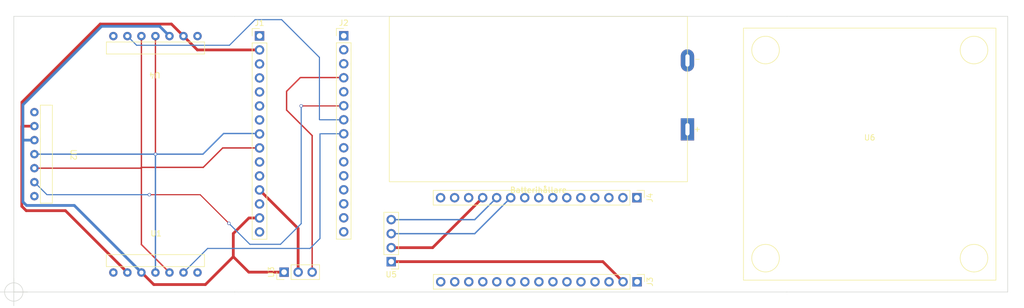
<source format=kicad_pcb>
(kicad_pcb (version 20211014) (generator pcbnew)
  (title_block (date "sam. 04 avril 2015"))
  (layers (0 "F.Cu" signal) (31 "B.Cu" signal) (34 "B.Paste" user) (35 "F.Paste" user) (36 "B.SilkS" user "B.Silkscreen") (37 "F.SilkS" user "F.Silkscreen") (38 "B.Mask" user) (39 "F.Mask" user) (44 "Edge.Cuts" user))
  (net 0 "")
  (net 1 "GND")
  (net 2 "/~{RESET}")
  (net 3 "/*D9")
  (net 4 "/D8")
  (net 5 "/D7")
  (net 6 "/*D6")
  (net 7 "/*D5")
  (net 8 "/D4")
  (net 9 "+5V")
  (net 10 "/A3")
  (net 11 "/A2")
  (net 12 "/A1")
  (net 13 "/A0")
  (net 14 "/AREF")
  (net 15 "/D0{slash}RX")
  (net 16 "/D1{slash}TX")
  (net 17 "/A7")
  (net 18 "/A6")
  (net 19 "/A5{slash}SCL")
  (net 20 "/A4{slash}SDA")
  (net 21 "/D13{slash}SCK")
  (net 22 "/D2")
  (net 23 "/*D3")
  (net 24 "/*D10{slash}SS")
  (net 25 "/*D11{slash}MOSI")
  (net 26 "/D12{slash}MISO")
  (net 27 "+6V")
  (net 28 "+3.3V")
  (footprint "Connector_PinHeader_2.54mm:PinHeader_1x04_P2.54mm_Vertical" (layer "F.Cu") (at 131.35 118.5 180)
    (fp_text reference "U5" (at 0 -2.33) (layer "F.SilkS"))
    (fp_text value "Start_module")
    (fp_line (start -1.33 0) (end -1.33 -1.33) (layer "F.SilkS") (width 0.12))
    (fp_line (start -1.33 1.27) (end -1.33 8.95) (layer "F.SilkS") (width 0.12))
    (fp_line (start -1.33 1.27) (end 1.33 1.27) (layer "F.SilkS") (width 0.12))
    (fp_line (start -1.33 8.95) (end 1.33 8.95) (layer "F.SilkS") (width 0.12))
    (fp_line (start 1.33 1.27) (end 1.33 8.95) (layer "F.SilkS") (width 0.12))
    (fp_line (start -1.33 -1.33) (end 0 -1.33) (layer "F.SilkS") (width 0.12))
    (pad "1" thru_hole rect (at 0 0 180) (size 1.7 1.7) (drill 1) (layers *.Cu *.Mask) (net 28 "+3.3V"))
    (pad "2" thru_hole oval (at 0 2.54 180) (size 1.7 1.7) (drill 1) (layers *.Cu *.Mask) (net 1 "GND"))
    (pad "3" thru_hole oval (at 0 5.08 180) (size 1.7 1.7) (drill 1) (layers *.Cu *.Mask) (net 23 "/*D3"))
    (pad "4" thru_hole oval (at 0 7.62 180) (size 1.7 1.7) (drill 1) (layers *.Cu *.Mask) (net 22 "/D2"))
  )
  (footprint "Connector_PinHeader_2.54mm:PinHeader_1x15_P2.54mm_Vertical" (layer "F.Cu") (at 107.5 77.55)
    (fp_text reference "J1" (at 0 -2.33) (layer "F.SilkS"))
    (fp_text value "Conn_01x15")
    (fp_line (start -1.33 0) (end -1.33 -1.33) (layer "F.SilkS") (width 0.12))
    (fp_line (start -1.33 1.27) (end -1.33 36.89) (layer "F.SilkS") (width 0.12))
    (fp_line (start -1.33 36.89) (end 1.33 36.89) (layer "F.SilkS") (width 0.12))
    (fp_line (start -1.33 1.27) (end 1.33 1.27) (layer "F.SilkS") (width 0.12))
    (fp_line (start -1.33 -1.33) (end 0 -1.33) (layer "F.SilkS") (width 0.12))
    (fp_line (start 1.33 1.27) (end 1.33 36.89) (layer "F.SilkS") (width 0.12))
    (pad "1" thru_hole rect (at 0 0) (size 1.7 1.7) (drill 1) (layers *.Cu *.Mask) (net 21 "/D13{slash}SCK"))
    (pad "2" thru_hole oval (at 0 2.54) (size 1.7 1.7) (drill 1) (layers *.Cu *.Mask) (net 28 "+3.3V"))
    (pad "3" thru_hole oval (at 0 5.08) (size 1.7 1.7) (drill 1) (layers *.Cu *.Mask) (net 14 "/AREF"))
    (pad "4" thru_hole oval (at 0 7.62) (size 1.7 1.7) (drill 1) (layers *.Cu *.Mask) (net 13 "/A0"))
    (pad "5" thru_hole oval (at 0 10.16) (size 1.7 1.7) (drill 1) (layers *.Cu *.Mask) (net 12 "/A1"))
    (pad "6" thru_hole oval (at 0 12.7) (size 1.7 1.7) (drill 1) (layers *.Cu *.Mask) (net 11 "/A2"))
    (pad "7" thru_hole oval (at 0 15.24) (size 1.7 1.7) (drill 1) (layers *.Cu *.Mask) (net 10 "/A3"))
    (pad "8" thru_hole oval (at 0 17.78) (size 1.7 1.7) (drill 1) (layers *.Cu *.Mask) (net 20 "/A4{slash}SDA"))
    (pad "9" thru_hole oval (at 0 20.32) (size 1.7 1.7) (drill 1) (layers *.Cu *.Mask) (net 19 "/A5{slash}SCL"))
    (pad "10" thru_hole oval (at 0 22.86) (size 1.7 1.7) (drill 1) (layers *.Cu *.Mask) (net 18 "/A6"))
    (pad "11" thru_hole oval (at 0 25.4) (size 1.7 1.7) (drill 1) (layers *.Cu *.Mask) (net 17 "/A7"))
    (pad "12" thru_hole oval (at 0 27.94) (size 1.7 1.7) (drill 1) (layers *.Cu *.Mask) (net 9 "+5V"))
    (pad "13" thru_hole oval (at 0 30.48) (size 1.7 1.7) (drill 1) (layers *.Cu *.Mask) (net 2 "/~{RESET}"))
    (pad "14" thru_hole oval (at 0 33.02) (size 1.7 1.7) (drill 1) (layers *.Cu *.Mask) (net 1 "GND"))
    (pad "15" thru_hole oval (at 0 35.56) (size 1.7 1.7) (drill 1) (layers *.Cu *.Mask) (net 27 "+6V"))
  )
  (footprint "Death_by_table:VL53L1x" (layer "F.Cu") (at 96.27 77.58 180)
    (fp_text reference "U4" (at 7.725 -7.075 180 unlocked) (layer "F.SilkS"))
    (fp_text value "VL53L1X")
    (fp_line (start 16.5 -3.25) (end 16.5 -1.075) (layer "F.SilkS") (width 0.12))
    (fp_line (start 16.5 -1.075) (end -1.275 -1.075) (layer "F.SilkS") (width 0.12))
    (fp_line (start -1.275 -1.075) (end -1.275 -3.25) (layer "F.SilkS") (width 0.12))
    (fp_line (start -1.275 -3.25) (end 16.5 -3.25) (layer "F.SilkS") (width 0.12))
    (pad "1" thru_hole circle (at 0 0 180) (size 1.524 1.524) (drill 0.762) (layers *.Cu *.Mask))
    (pad "2" thru_hole circle (at 2.54 0 180) (size 1.524 1.524) (drill 0.762) (layers *.Cu *.Mask) (net 28 "+3.3V"))
    (pad "3" thru_hole circle (at 5.08 0 180) (size 1.524 1.524) (drill 0.762) (layers *.Cu *.Mask) (net 1 "GND"))
    (pad "4" thru_hole circle (at 7.62 0 180) (size 1.524 1.524) (drill 0.762) (layers *.Cu *.Mask) (net 20 "/A4{slash}SDA"))
    (pad "5" thru_hole circle (at 10.16 0 180) (size 1.524 1.524) (drill 0.762) (layers *.Cu *.Mask) (net 19 "/A5{slash}SCL"))
    (pad "6" thru_hole circle (at 12.7 0 180) (size 1.524 1.524) (drill 0.762) (layers *.Cu *.Mask) (net 6 "/*D6"))
    (pad "7" thru_hole circle (at 15.24 0 180) (size 1.524 1.524) (drill 0.762) (layers *.Cu *.Mask))
  )
  (footprint "Death_by_table:VL53L1x" (layer "F.Cu") (at 81.03 120.47)
    (fp_text reference "U1" (at 7.725 -7.075 unlocked) (layer "F.SilkS"))
    (fp_text value "VL53L1X")
    (fp_line (start -1.275 -1.075) (end -1.275 -3.25) (layer "F.SilkS") (width 0.12))
    (fp_line (start 16.5 -1.075) (end -1.275 -1.075) (layer "F.SilkS") (width 0.12))
    (fp_line (start 16.5 -3.25) (end 16.5 -1.075) (layer "F.SilkS") (width 0.12))
    (fp_line (start -1.275 -3.25) (end 16.5 -3.25) (layer "F.SilkS") (width 0.12))
    (pad "1" thru_hole circle (at 0 0) (size 1.524 1.524) (drill 0.762) (layers *.Cu *.Mask))
    (pad "2" thru_hole circle (at 2.54 0) (size 1.524 1.524) (drill 0.762) (layers *.Cu *.Mask) (net 28 "+3.3V"))
    (pad "3" thru_hole circle (at 5.08 0) (size 1.524 1.524) (drill 0.762) (layers *.Cu *.Mask) (net 1 "GND"))
    (pad "4" thru_hole circle (at 7.62 0) (size 1.524 1.524) (drill 0.762) (layers *.Cu *.Mask) (net 20 "/A4{slash}SDA"))
    (pad "5" thru_hole circle (at 10.16 0) (size 1.524 1.524) (drill 0.762) (layers *.Cu *.Mask) (net 19 "/A5{slash}SCL"))
    (pad "6" thru_hole circle (at 12.7 0) (size 1.524 1.524) (drill 0.762) (layers *.Cu *.Mask) (net 7 "/*D5"))
    (pad "7" thru_hole circle (at 15.24 0) (size 1.524 1.524) (drill 0.762) (layers *.Cu *.Mask))
  )
  (footprint "Connector_PinHeader_2.54mm:PinHeader_1x15_P2.54mm_Vertical" (layer "F.Cu") (at 175.85 106.9 -90)
    (fp_text reference "J4" (at 0 -2.33 90) (layer "F.SilkS"))
    (fp_text value "Conn_01x15")
    (fp_line (start -1.33 0) (end -1.33 -1.33) (layer "F.SilkS") (width 0.12))
    (fp_line (start 1.33 1.27) (end 1.33 36.89) (layer "F.SilkS") (width 0.12))
    (fp_line (start -1.33 1.27) (end -1.33 36.89) (layer "F.SilkS") (width 0.12))
    (fp_line (start -1.33 36.89) (end 1.33 36.89) (layer "F.SilkS") (width 0.12))
    (fp_line (start -1.33 1.27) (end 1.33 1.27) (layer "F.SilkS") (width 0.12))
    (fp_line (start -1.33 -1.33) (end 0 -1.33) (layer "F.SilkS") (width 0.12))
    (pad "1" thru_hole rect (at 0 0 270) (size 1.7 1.7) (drill 1) (layers *.Cu *.Mask) (net 26 "/D12{slash}MISO"))
    (pad "2" thru_hole oval (at 0 2.54 270) (size 1.7 1.7) (drill 1) (layers *.Cu *.Mask) (net 25 "/*D11{slash}MOSI"))
    (pad "3" thru_hole oval (at 0 5.08 270) (size 1.7 1.7) (drill 1) (layers *.Cu *.Mask) (net 24 "/*D10{slash}SS"))
    (pad "4" thru_hole oval (at 0 7.62 270) (size 1.7 1.7) (drill 1) (layers *.Cu *.Mask) (net 3 "/*D9"))
    (pad "5" thru_hole oval (at 0 10.16 270) (size 1.7 1.7) (drill 1) (layers *.Cu *.Mask) (net 4 "/D8"))
    (pad "6" thru_hole oval (at 0 12.7 270) (size 1.7 1.7) (drill 1) (layers *.Cu *.Mask) (net 5 "/D7"))
    (pad "7" thru_hole oval (at 0 15.24 270) (size 1.7 1.7) (drill 1) (layers *.Cu *.Mask) (net 6 "/*D6"))
    (pad "8" thru_hole oval (at 0 17.78 270) (size 1.7 1.7) (drill 1) (layers *.Cu *.Mask) (net 7 "/*D5"))
    (pad "9" thru_hole oval (at 0 20.32 270) (size 1.7 1.7) (drill 1) (layers *.Cu *.Mask) (net 8 "/D4"))
    (pad "10" thru_hole oval (at 0 22.86 270) (size 1.7 1.7) (drill 1) (layers *.Cu *.Mask) (net 23 "/*D3"))
    (pad "11" thru_hole oval (at 0 25.4 270) (size 1.7 1.7) (drill 1) (layers *.Cu *.Mask) (net 22 "/D2"))
    (pad "12" thru_hole oval (at 0 27.94 270) (size 1.7 1.7) (drill 1) (layers *.Cu *.Mask) (net 1 "GND"))
    (pad "13" thru_hole oval (at 0 30.48 270) (size 1.7 1.7) (drill 1) (layers *.Cu *.Mask) (net 2 "/~{RESET}"))
    (pad "14" thru_hole oval (at 0 33.02 270) (size 1.7 1.7) (drill 1) (layers *.Cu *.Mask) (net 15 "/D0{slash}RX"))
    (pad "15" thru_hole oval (at 0 35.56 270) (size 1.7 1.7) (drill 1) (layers *.Cu *.Mask) (net 16 "/D1{slash}TX"))
  )
  (footprint "Egna:Batterihållare_9V_projekt_2" (layer "F.Cu") (at 185 74 180)
    (fp_text reference "Batterihållare" (at 27 -31.5) (layer "F.SilkS"))
    (fp_text value "Batterihållare_9V_projekt_2")
    (fp_text user "+" (at -1.778 -20.574 180 unlocked) (layer "F.SilkS"))
    (fp_text user "-" (at -1.778 -7.874 180 unlocked) (layer "F.SilkS") (effects (font (thickness 0.1))))
    (fp_rect (start 0 0) (end 54 -30) (layer "F.SilkS") (width 0.12) (fill none))
    (pad "" np_thru_hole circle (at 15 -27 180) (size 2.3 2.3) (drill 3.25) (layers F&B.Cu *.Mask))
    (pad "" np_thru_hole circle (at 40.5 -3 180) (size 2.3 2.3) (drill 3.25) (layers F&B.Cu *.Mask))
    (pad "" np_thru_hole circle (at 15 -3 180) (size 2.3 2.3) (drill 3.25) (layers F&B.Cu *.Mask))
    (pad "" np_thru_hole circle (at 40.5 -27 180) (size 2.3 2.3) (drill 3.25) (layers F&B.Cu *.Mask))
    (pad "1" thru_hole rect (at 0 -20.5 180) (size 2.41 4.02) (drill oval 0.75 2.25) (layers *.Cu *.Mask))
    (pad "2" thru_hole oval (at 0 -8 180) (size 2.41 4.02) (drill oval 0.75 2.25) (layers *.Cu *.Mask))
  )
  (footprint "Connector_PinHeader_2.54mm:PinHeader_1x15_P2.54mm_Vertical" (layer "F.Cu") (at 122.75 77.525)
    (fp_text reference "J2" (at 0 -2.33) (layer "F.SilkS"))
    (fp_text value "Conn_01x15")
    (fp_line (start -1.33 0) (end -1.33 -1.33) (layer "F.SilkS") (width 0.12))
    (fp_line (start 1.33 1.27) (end 1.33 36.89) (layer "F.SilkS") (width 0.12))
    (fp_line (start -1.33 1.27) (end -1.33 36.89) (layer "F.SilkS") (width 0.12))
    (fp_line (start -1.33 1.27) (end 1.33 1.27) (layer "F.SilkS") (width 0.12))
    (fp_line (start -1.33 36.89) (end 1.33 36.89) (layer "F.SilkS") (width 0.12))
    (fp_line (start -1.33 -1.33) (end 0 -1.33) (layer "F.SilkS") (width 0.12))
    (pad "1" thru_hole rect (at 0 0) (size 1.7 1.7) (drill 1) (layers *.Cu *.Mask) (net 26 "/D12{slash}MISO"))
    (pad "2" thru_hole oval (at 0 2.54) (size 1.7 1.7) (drill 1) (layers *.Cu *.Mask) (net 25 "/*D11{slash}MOSI"))
    (pad "3" thru_hole oval (at 0 5.08) (size 1.7 1.7) (drill 1) (layers *.Cu *.Mask) (net 24 "/*D10{slash}SS"))
    (pad "4" thru_hole oval (at 0 7.62) (size 1.7 1.7) (drill 1) (layers *.Cu *.Mask) (net 3 "/*D9"))
    (pad "5" thru_hole oval (at 0 10.16) (size 1.7 1.7) (drill 1) (layers *.Cu *.Mask) (net 4 "/D8"))
    (pad "6" thru_hole oval (at 0 12.7) (size 1.7 1.7) (drill 1) (layers *.Cu *.Mask) (net 5 "/D7"))
    (pad "7" thru_hole oval (at 0 15.24) (size 1.7 1.7) (drill 1) (layers *.Cu *.Mask) (net 6 "/*D6"))
    (pad "8" thru_hole oval (at 0 17.78) (size 1.7 1.7) (drill 1) (layers *.Cu *.Mask) (net 7 "/*D5"))
    (pad "9" thru_hole oval (at 0 20.32) (size 1.7 1.7) (drill 1) (layers *.Cu *.Mask) (net 8 "/D4"))
    (pad "10" thru_hole oval (at 0 22.86) (size 1.7 1.7) (drill 1) (layers *.Cu *.Mask) (net 23 "/*D3"))
    (pad "11" thru_hole oval (at 0 25.4) (size 1.7 1.7) (drill 1) (layers *.Cu *.Mask) (net 22 "/D2"))
    (pad "12" thru_hole oval (at 0 27.94) (size 1.7 1.7) (drill 1) (layers *.Cu *.Mask) (net 1 "GND"))
    (pad "13" thru_hole oval (at 0 30.48) (size 1.7 1.7) (drill 1) (layers *.Cu *.Mask) (net 2 "/~{RESET}"))
    (pad "14" thru_hole oval (at 0 33.02) (size 1.7 1.7) (drill 1) (layers *.Cu *.Mask) (net 15 "/D0{slash}RX"))
    (pad "15" thru_hole oval (at 0 35.56) (size 1.7 1.7) (drill 1) (layers *.Cu *.Mask) (net 16 "/D1{slash}TX"))
  )
  (footprint "Death_by_table:H-brygga" (layer "F.Cu") (at 195.14 121.86)
    (fp_text reference "U6" (at 22.86 -25.86 unlocked) (layer "F.SilkS"))
    (fp_text value "H-brygga")
    (fp_rect (start 0 0) (end 45.72 -45.72) (layer "F.SilkS") (width 0.12) (fill none))
    (fp_circle (center 4 -4) (end 2.5 -2) (layer "F.SilkS") (width 0.12) (fill none))
    (fp_circle (center 41.75 -4) (end 40.25 -2) (layer "F.SilkS") (width 0.12) (fill none))
    (fp_circle (center 41.75 -41.75) (end 40.25 -39.75) (layer "F.SilkS") (width 0.12) (fill none))
    (fp_circle (center 4 -41.75) (end 2.5 -39.75) (layer "F.SilkS") (width 0.12) (fill none))
    (pad "" np_thru_hole circle (at 4 -4) (size 2.5 2.5) (drill 2.5) (layers F&B.Cu *.Mask))
    (pad "" np_thru_hole circle (at 41.75 -41.75) (size 2.5 2.5) (drill 2.5) (layers F&B.Cu *.Mask))
    (pad "" np_thru_hole circle (at 4 -41.75) (size 2.5 2.5) (drill 2.5) (layers F&B.Cu *.Mask))
    (pad "" np_thru_hole circle (at 41.75 -4) (size 2.5 2.5) (drill 2.5) (layers F&B.Cu *.Mask))
  )
  (footprint "Connector_PinHeader_2.54mm:PinHeader_1x15_P2.54mm_Vertical" (layer "F.Cu") (at 175.875 122.15 -90)
    (fp_text reference "J3" (at 0 -2.33 90) (layer "F.SilkS"))
    (fp_text value "Conn_01x15")
    (fp_line (start -1.33 0) (end -1.33 -1.33) (layer "F.SilkS") (width 0.12))
    (fp_line (start -1.33 -1.33) (end 0 -1.33) (layer "F.SilkS") (width 0.12))
    (fp_line (start -1.33 1.27) (end 1.33 1.27) (layer "F.SilkS") (width 0.12))
    (fp_line (start -1.33 36.89) (end 1.33 36.89) (layer "F.SilkS") (width 0.12))
    (fp_line (start 1.33 1.27) (end 1.33 36.89) (layer "F.SilkS") (width 0.12))
    (fp_line (start -1.33 1.27) (end -1.33 36.89) (layer "F.SilkS") (width 0.12))
    (pad "1" thru_hole rect (at 0 0 270) (size 1.7 1.7) (drill 1) (layers *.Cu *.Mask) (net 21 "/D13{slash}SCK"))
    (pad "2" thru_hole oval (at 0 2.54 270) (size 1.7 1.7) (drill 1) (layers *.Cu *.Mask) (net 28 "+3.3V"))
    (pad "3" thru_hole oval (at 0 5.08 270) (size 1.7 1.7) (drill 1) (layers *.Cu *.Mask) (net 14 "/AREF"))
    (pad "4" thru_hole oval (at 0 7.62 270) (size 1.7 1.7) (drill 1) (layers *.Cu *.Mask) (net 13 "/A0"))
    (pad "5" thru_hole oval (at 0 10.16 270) (size 1.7 1.7) (drill 1) (layers *.Cu *.Mask) (net 12 "/A1"))
    (pad "6" thru_hole oval (at 0 12.7 270) (size 1.7 1.7) (drill 1) (layers *.Cu *.Mask) (net 11 "/A2"))
    (pad "7" thru_hole oval (at 0 15.24 270) (size 1.7 1.7) (drill 1) (layers *.Cu *.Mask) (net 10 "/A3"))
    (pad "8" thru_hole oval (at 0 17.78 270) (size 1.7 1.7) (drill 1) (layers *.Cu *.Mask) (net 20 "/A4{slash}SDA"))
    (pad "9" thru_hole oval (at 0 20.32 270) (size 1.7 1.7) (drill 1) (layers *.Cu *.Mask) (net 19 "/A5{slash}SCL"))
    (pad "10" thru_hole oval (at 0 22.86 270) (size 1.7 1.7) (drill 1) (layers *.Cu *.Mask) (net 18 "/A6"))
    (pad "11" thru_hole oval (at 0 25.4 270) (size 1.7 1.7) (drill 1) (layers *.Cu *.Mask) (net 17 "/A7"))
    (pad "12" thru_hole oval (at 0 27.94 270) (size 1.7 1.7) (drill 1) (layers *.Cu *.Mask) (net 9 "+5V"))
    (pad "13" thru_hole oval (at 0 30.48 270) (size 1.7 1.7) (drill 1) (layers *.Cu *.Mask) (net 2 "/~{RESET}"))
    (pad "14" thru_hole oval (at 0 33.02 270) (size 1.7 1.7) (drill 1) (layers *.Cu *.Mask) (net 1 "GND"))
    (pad "15" thru_hole oval (at 0 35.56 270) (size 1.7 1.7) (drill 1) (layers *.Cu *.Mask) (net 27 "+6V"))
  )
  (footprint "Connector_PinHeader_2.54mm:PinHeader_1x03_P2.54mm_Vertical" (layer "F.Cu") (at 111.95 120.4 90)
    (fp_text reference "U3" (at 0 -2.33 90) (layer "F.SilkS"))
    (fp_text value "Servo")
    (fp_line (start -1.33 -1.33) (end 0 -1.33) (layer "F.SilkS") (width 0.12))
    (fp_line (start 1.33 1.27) (end 1.33 6.41) (layer "F.SilkS") (width 0.12))
    (fp_line (start -1.33 0) (end -1.33 -1.33) (layer "F.SilkS") (width 0.12))
    (fp_line (start -1.33 1.27) (end 1.33 1.27) (layer "F.SilkS") (width 0.12))
    (fp_line (start -1.33 6.41) (end 1.33 6.41) (layer "F.SilkS") (width 0.12))
    (fp_line (start -1.33 1.27) (end -1.33 6.41) (layer "F.SilkS") (width 0.12))
    (pad "1" thru_hole rect (at 0 0 90) (size 1.7 1.7) (drill 1) (layers *.Cu *.Mask) (net 1 "GND"))
    (pad "2" thru_hole oval (at 0 2.54 90) (size 1.7 1.7) (drill 1) (layers *.Cu *.Mask) (net 9 "+5V"))
    (pad "3" thru_hole oval (at 0 5.08 90) (size 1.7 1.7) (drill 1) (layers *.Cu *.Mask) (net 3 "/*D9"))
  )
  (footprint "Death_by_table:VL53L1x" (layer "F.Cu") (at 66.73 91.38 -90)
    (fp_text reference "U2" (at 7.725 -7.075 -90 unlocked) (layer "F.SilkS"))
    (fp_text value "VL53L1X")
    (fp_line (start -1.275 -3.25) (end 16.5 -3.25) (layer "F.SilkS") (width 0.12))
    (fp_line (start 16.5 -3.25) (end 16.5 -1.075) (layer "F.SilkS") (width 0.12))
    (fp_line (start -1.275 -1.075) (end -1.275 -3.25) (layer "F.SilkS") (width 0.12))
    (fp_line (start 16.5 -1.075) (end -1.275 -1.075) (layer "F.SilkS") (width 0.12))
    (pad "1" thru_hole circle (at 0 0 270) (size 1.524 1.524) (drill 0.762) (layers *.Cu *.Mask))
    (pad "2" thru_hole circle (at 2.54 0 270) (size 1.524 1.524) (drill 0.762) (layers *.Cu *.Mask) (net 28 "+3.3V"))
    (pad "3" thru_hole circle (at 5.08 0 270) (size 1.524 1.524) (drill 0.762) (layers *.Cu *.Mask) (net 1 "GND"))
    (pad "4" thru_hole circle (at 7.62 0 270) (size 1.524 1.524) (drill 0.762) (layers *.Cu *.Mask) (net 20 "/A4{slash}SDA"))
    (pad "5" thru_hole circle (at 10.16 0 270) (size 1.524 1.524) (drill 0.762) (layers *.Cu *.Mask) (net 19 "/A5{slash}SCL"))
    (pad "6" thru_hole circle (at 12.7 0 270) (size 1.524 1.524) (drill 0.762) (layers *.Cu *.Mask) (net 5 "/D7"))
    (pad "7" thru_hole circle (at 15.24 0 270) (size 1.524 1.524) (drill 0.762) (layers *.Cu *.Mask))
  )
  (gr_line (start 63 124) (end 103 124) (layer "Edge.Cuts") (width 0.1))
  (gr_line (start 63 124) (end 63 74) (layer "Edge.Cuts") (width 0.1))
  (gr_line (start 243 124) (end 243 74) (layer "Edge.Cuts") (width 0.1))
  (gr_line (start 203 74) (end 243 74) (layer "Edge.Cuts") (width 0.1))
  (gr_line (start 203 74) (end 103 74) (layer "Edge.Cuts") (width 0.1))
  (gr_line (start 203 124) (end 243 124) (layer "Edge.Cuts") (width 0.1))
  (gr_line (start 203 124) (end 103 124) (layer "Edge.Cuts") (width 0.1))
  (gr_line (start 63 74) (end 103 74) (layer "Edge.Cuts") (width 0.1))
  (target plus (at 63 124) (size 5) (width 0.1) (layer "Edge.Cuts"))
  (segment (start 97.7 122.65) (end 102.75 117.6) (width 0.5) (layer "F.Cu") (net 1))
  (segment (start 102.75 113.4) (end 105.58 110.57) (width 0.5) (layer "F.Cu") (net 1))
  (segment (start 138.85 115.96) (end 147.91 106.9) (width 0.5) (layer "F.Cu") (net 1))
  (segment (start 102.75 117.6) (end 102.75 113.4) (width 0.5) (layer "F.Cu") (net 1))
  (segment (start 88.35 122.65) (end 97.7 122.65) (width 0.5) (layer "F.Cu") (net 1))
  (segment (start 105.55 120.4) (end 102.75 117.6) (width 0.5) (layer "F.Cu") (net 1))
  (segment (start 105.58 110.57) (end 107.5 110.57) (width 0.5) (layer "F.Cu") (net 1))
  (segment (start 86.11 120.47) (end 86.17 120.47) (width 0.5) (layer "F.Cu") (net 1))
  (segment (start 138.85 115.96) (end 131.35 115.96) (width 0.5) (layer "F.Cu") (net 1))
  (segment (start 86.17 120.47) (end 88.35 122.65) (width 0.5) (layer "F.Cu") (net 1))
  (segment (start 111.95 120.4) (end 105.55 120.4) (width 0.5) (layer "F.Cu") (net 1))
  (segment (start 73.95 108.3) (end 65.3 108.3) (width 0.5) (layer "B.Cu") (net 1))
  (segment (start 86.11 120.47) (end 86.11 120.46) (width 0.5) (layer "B.Cu") (net 1))
  (segment (start 64.65 96.45) (end 66.72 96.45) (width 0.5) (layer "B.Cu") (net 1))
  (segment (start 86.11 120.46) (end 73.95 108.3) (width 0.5) (layer "B.Cu") (net 1))
  (segment (start 64.65 90.05) (end 78.9 75.8) (width 0.5) (layer "B.Cu") (net 1))
  (segment (start 65.3 108.3) (end 64.65 107.65) (width 0.5) (layer "B.Cu") (net 1))
  (segment (start 89.41 75.8) (end 91.19 77.58) (width 0.5) (layer "B.Cu") (net 1))
  (segment (start 64.65 96.45) (end 64.65 90.05) (width 0.5) (layer "B.Cu") (net 1))
  (segment (start 66.72 96.45) (end 66.73 96.46) (width 0.5) (layer "B.Cu") (net 1))
  (segment (start 78.9 75.8) (end 89.41 75.8) (width 0.5) (layer "B.Cu") (net 1))
  (segment (start 64.65 107.65) (end 64.65 96.45) (width 0.5) (layer "B.Cu") (net 1))
  (segment (start 112.4 91) (end 112.4 87.6) (width 0.25) (layer "F.Cu") (net 3))
  (segment (start 114.9 85.1) (end 122.705 85.1) (width 0.25) (layer "F.Cu") (net 3))
  (segment (start 117.03 95.63) (end 112.4 91) (width 0.25) (layer "F.Cu") (net 3))
  (segment (start 117.03 120.4) (end 117.03 95.63) (width 0.25) (layer "F.Cu") (net 3))
  (segment (start 122.705 85.1) (end 122.75 85.145) (width 0.25) (layer "F.Cu") (net 3))
  (segment (start 112.4 87.6) (end 114.9 85.1) (width 0.25) (layer "F.Cu") (net 3))
  (segment (start 115.05 90.25) (end 122.725 90.25) (width 0.2) (layer "F.Cu") (net 5))
  (segment (start 87.55 106.35) (end 96.75 106.35) (width 0.2) (layer "F.Cu") (net 5))
  (segment (start 96.75 106.35) (end 101.95 111.55) (width 0.2) (layer "F.Cu") (net 5))
  (segment (start 122.725 90.25) (end 122.75 90.225) (width 0.2) (layer "F.Cu") (net 5))
  (via (at 115.05 90.25) (size 0.6) (drill 0.4) (layers "F.Cu" "B.Cu") (net 5))
  (via (at 87.55 106.35) (size 0.6) (drill 0.4) (layers "F.Cu" "B.Cu") (net 5))
  (via (at 101.95 111.55) (size 0.6) (drill 0.4) (layers "F.Cu" "B.Cu") (net 5))
  (segment (start 115.05 111.6) (end 115.05 90.25) (width 0.2) (layer "B.Cu") (net 5))
  (segment (start 66.73 104.08) (end 69 106.35) (width 0.2) (layer "B.Cu") (net 5))
  (segment (start 101.95 111.55) (end 105.75 115.35) (width 0.2) (layer "B.Cu") (net 5))
  (segment (start 111.3 115.35) (end 115.05 111.6) (width 0.2) (layer "B.Cu") (net 5))
  (segment (start 69 106.35) (end 87.55 106.35) (width 0.2) (layer "B.Cu") (net 5))
  (segment (start 105.75 115.35) (end 111.3 115.35) (width 0.2) (layer "B.Cu") (net 5))
  (segment (start 118.35 81.45) (end 118.35 92.7) (width 0.2) (layer "B.Cu") (net 6))
  (segment (start 102.05 79.25) (end 106.7 74.6) (width 0.2) (layer "B.Cu") (net 6))
  (segment (start 118.415 92.765) (end 122.75 92.765) (width 0.2) (layer "B.Cu") (net 6))
  (segment (start 118.35 92.7) (end 118.415 92.765) (width 0.2) (layer "B.Cu") (net 6))
  (segment (start 83.57 77.58) (end 85.24 79.25) (width 0.2) (layer "B.Cu") (net 6))
  (segment (start 111.5 74.6) (end 118.35 81.45) (width 0.2) (layer "B.Cu") (net 6))
  (segment (start 85.24 79.25) (end 102.05 79.25) (width 0.2) (layer "B.Cu") (net 6))
  (segment (start 106.7 74.6) (end 111.5 74.6) (width 0.2) (layer "B.Cu") (net 6))
  (segment (start 118.45 114.3) (end 118.45 95.3) (width 0.2) (layer "B.Cu") (net 7))
  (segment (start 118.45 95.3) (end 122.745 95.3) (width 0.2) (layer "B.Cu") (net 7))
  (segment (start 122.745 95.3) (end 122.75 95.305) (width 0.2) (layer "B.Cu") (net 7))
  (segment (start 116.65 116.1) (end 118.45 114.3) (width 0.2) (layer "B.Cu") (net 7))
  (segment (start 93.73 120.47) (end 98.1 116.1) (width 0.2) (layer "B.Cu") (net 7))
  (segment (start 98.1 116.1) (end 116.65 116.1) (width 0.2) (layer "B.Cu") (net 7))
  (segment (start 114.49 120.4) (end 114.49 112.48) (width 0.5) (layer "F.Cu") (net 9))
  (segment (start 114.49 112.48) (end 107.5 105.49) (width 0.5) (layer "F.Cu") (net 9))
  (segment (start 100.83 97.87) (end 107.5 97.87) (width 0.25) (layer "F.Cu") (net 19))
  (segment (start 86.11 101.39) (end 86.11 115.39) (width 0.25) (layer "F.Cu") (net 19))
  (segment (start 97.31 101.39) (end 100.83 97.87) (width 0.25) (layer "F.Cu") (net 19))
  (segment (start 86.11 115.39) (end 91.19 120.47) (width 0.25) (layer "F.Cu") (net 19))
  (segment (start 66.73 101.54) (end 85.96 101.54) (width 0.25) (layer "F.Cu") (net 19))
  (segment (start 86.11 77.58) (end 86.11 101.39) (width 0.25) (layer "F.Cu") (net 19))
  (segment (start 86.11 101.39) (end 97.31 101.39) (width 0.25) (layer "F.Cu") (net 19))
  (segment (start 85.96 101.54) (end 86.11 101.39) (width 0.25) (layer "F.Cu") (net 19))
  (segment (start 88.65 77.58) (end 88.65 99) (width 0.25) (layer "F.Cu") (net 20))
  (via (at 88.65 99) (size 0.6) (drill 0.4) (layers "F.Cu" "B.Cu") (net 20))
  (segment (start 88.65 99) (end 97.25 99) (width 0.25) (layer "B.Cu") (net 20))
  (segment (start 101 95.25) (end 107.42 95.25) (width 0.25) (layer "B.Cu") (net 20))
  (segment (start 88.65 99) (end 88.65 120.47) (width 0.25) (layer "B.Cu") (net 20))
  (segment (start 107.42 95.25) (end 107.5 95.33) (width 0.25) (layer "B.Cu") (net 20))
  (segment (start 88.65 99) (end 66.73 99) (width 0.25) (layer "B.Cu") (net 20))
  (segment (start 97.25 99) (end 101 95.25) (width 0.25) (layer "B.Cu") (net 20))
  (segment (start 146.47 110.88) (end 150.45 106.9) (width 0.25) (layer "B.Cu") (net 22))
  (segment (start 131.35 110.88) (end 146.47 110.88) (width 0.25) (layer "B.Cu") (net 22))
  (segment (start 131.35 113.42) (end 146.47 113.42) (width 0.25) (layer "B.Cu") (net 23))
  (segment (start 146.47 113.42) (end 152.99 106.9) (width 0.25) (layer "B.Cu") (net 23))
  (segment (start 65.25 109.25) (end 64.45 108.45) (width 0.5) (layer "F.Cu") (net 28))
  (segment (start 131.35 118.5) (end 169.685 118.5) (width 0.5) (layer "F.Cu") (net 28))
  (segment (start 78.65 75.4) (end 91.55 75.4) (width 0.5) (layer "F.Cu") (net 28))
  (segment (start 64.48 93.92) (end 66.73 93.92) (width 0.5) (layer "F.Cu") (net 28))
  (segment (start 72.35 109.25) (end 65.25 109.25) (width 0.5) (layer "F.Cu") (net 28))
  (segment (start 64.48 89.57) (end 78.65 75.4) (width 0.5) (layer "F.Cu") (net 28))
  (segment (start 91.55 75.4) (end 93.73 77.58) (width 0.5) (layer "F.Cu") (net 28))
  (segment (start 83.57 120.47) (end 72.35 109.25) (width 0.5) (layer "F.Cu") (net 28))
  (segment (start 93.73 77.58) (end 96.24 80.09) (width 0.5) (layer "F.Cu") (net 28))
  (segment (start 64.45 108.45) (end 64.45 93.95) (width 0.5) (layer "F.Cu") (net 28))
  (segment (start 64.45 93.95) (end 64.48 93.92) (width 0.5) (layer "F.Cu") (net 28))
  (segment (start 96.24 80.09) (end 107.5 80.09) (width 0.5) (layer "F.Cu") (net 28))
  (segment (start 64.48 93.92) (end 64.48 89.57) (width 0.5) (layer "F.Cu") (net 28))
  (segment (start 169.685 118.5) (end 173.335 122.15) (width 0.5) (layer "F.Cu") (net 28))
)
</source>
